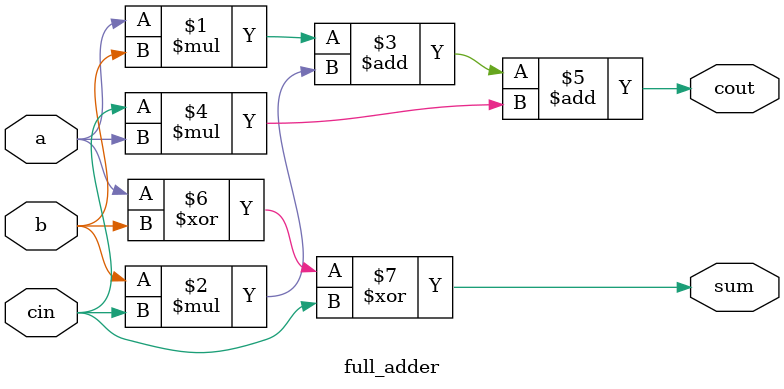
<source format=v>
module full_adder( 
    input a, b, cin,
    output cout, sum );
	
    assign cout = (a*b)+(b*cin)+(cin*a);
    assign sum = a^b^cin;
    
endmodule

</source>
